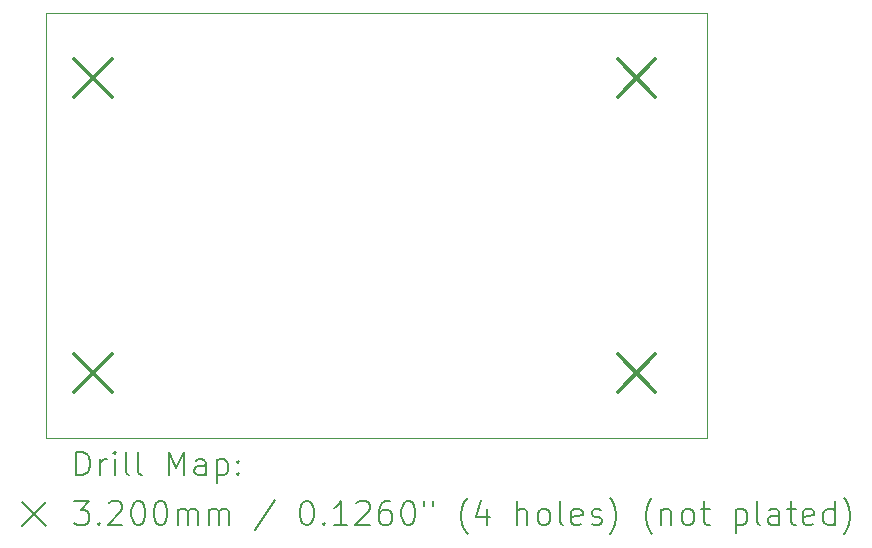
<source format=gbr>
%TF.GenerationSoftware,KiCad,Pcbnew,8.0.5*%
%TF.CreationDate,2024-10-08T19:16:18+09:00*%
%TF.ProjectId,ATT_24dB,4154545f-3234-4644-922e-6b696361645f,rev?*%
%TF.SameCoordinates,Original*%
%TF.FileFunction,Drillmap*%
%TF.FilePolarity,Positive*%
%FSLAX45Y45*%
G04 Gerber Fmt 4.5, Leading zero omitted, Abs format (unit mm)*
G04 Created by KiCad (PCBNEW 8.0.5) date 2024-10-08 19:16:18*
%MOMM*%
%LPD*%
G01*
G04 APERTURE LIST*
%ADD10C,0.050000*%
%ADD11C,0.200000*%
%ADD12C,0.320000*%
G04 APERTURE END LIST*
D10*
X6050000Y-2350000D02*
X11650000Y-2350000D01*
X11650000Y-5950000D01*
X6050000Y-5950000D01*
X6050000Y-2350000D01*
D11*
D12*
X6290000Y-2740000D02*
X6610000Y-3060000D01*
X6610000Y-2740000D02*
X6290000Y-3060000D01*
X6290000Y-5240000D02*
X6610000Y-5560000D01*
X6610000Y-5240000D02*
X6290000Y-5560000D01*
X10890000Y-2740000D02*
X11210000Y-3060000D01*
X11210000Y-2740000D02*
X10890000Y-3060000D01*
X10890000Y-5240000D02*
X11210000Y-5560000D01*
X11210000Y-5240000D02*
X10890000Y-5560000D01*
D11*
X6308277Y-6263984D02*
X6308277Y-6063984D01*
X6308277Y-6063984D02*
X6355896Y-6063984D01*
X6355896Y-6063984D02*
X6384467Y-6073508D01*
X6384467Y-6073508D02*
X6403515Y-6092555D01*
X6403515Y-6092555D02*
X6413039Y-6111603D01*
X6413039Y-6111603D02*
X6422562Y-6149698D01*
X6422562Y-6149698D02*
X6422562Y-6178269D01*
X6422562Y-6178269D02*
X6413039Y-6216365D01*
X6413039Y-6216365D02*
X6403515Y-6235412D01*
X6403515Y-6235412D02*
X6384467Y-6254460D01*
X6384467Y-6254460D02*
X6355896Y-6263984D01*
X6355896Y-6263984D02*
X6308277Y-6263984D01*
X6508277Y-6263984D02*
X6508277Y-6130650D01*
X6508277Y-6168746D02*
X6517801Y-6149698D01*
X6517801Y-6149698D02*
X6527324Y-6140174D01*
X6527324Y-6140174D02*
X6546372Y-6130650D01*
X6546372Y-6130650D02*
X6565420Y-6130650D01*
X6632086Y-6263984D02*
X6632086Y-6130650D01*
X6632086Y-6063984D02*
X6622562Y-6073508D01*
X6622562Y-6073508D02*
X6632086Y-6083031D01*
X6632086Y-6083031D02*
X6641610Y-6073508D01*
X6641610Y-6073508D02*
X6632086Y-6063984D01*
X6632086Y-6063984D02*
X6632086Y-6083031D01*
X6755896Y-6263984D02*
X6736848Y-6254460D01*
X6736848Y-6254460D02*
X6727324Y-6235412D01*
X6727324Y-6235412D02*
X6727324Y-6063984D01*
X6860658Y-6263984D02*
X6841610Y-6254460D01*
X6841610Y-6254460D02*
X6832086Y-6235412D01*
X6832086Y-6235412D02*
X6832086Y-6063984D01*
X7089229Y-6263984D02*
X7089229Y-6063984D01*
X7089229Y-6063984D02*
X7155896Y-6206841D01*
X7155896Y-6206841D02*
X7222562Y-6063984D01*
X7222562Y-6063984D02*
X7222562Y-6263984D01*
X7403515Y-6263984D02*
X7403515Y-6159222D01*
X7403515Y-6159222D02*
X7393991Y-6140174D01*
X7393991Y-6140174D02*
X7374943Y-6130650D01*
X7374943Y-6130650D02*
X7336848Y-6130650D01*
X7336848Y-6130650D02*
X7317801Y-6140174D01*
X7403515Y-6254460D02*
X7384467Y-6263984D01*
X7384467Y-6263984D02*
X7336848Y-6263984D01*
X7336848Y-6263984D02*
X7317801Y-6254460D01*
X7317801Y-6254460D02*
X7308277Y-6235412D01*
X7308277Y-6235412D02*
X7308277Y-6216365D01*
X7308277Y-6216365D02*
X7317801Y-6197317D01*
X7317801Y-6197317D02*
X7336848Y-6187793D01*
X7336848Y-6187793D02*
X7384467Y-6187793D01*
X7384467Y-6187793D02*
X7403515Y-6178269D01*
X7498753Y-6130650D02*
X7498753Y-6330650D01*
X7498753Y-6140174D02*
X7517801Y-6130650D01*
X7517801Y-6130650D02*
X7555896Y-6130650D01*
X7555896Y-6130650D02*
X7574943Y-6140174D01*
X7574943Y-6140174D02*
X7584467Y-6149698D01*
X7584467Y-6149698D02*
X7593991Y-6168746D01*
X7593991Y-6168746D02*
X7593991Y-6225888D01*
X7593991Y-6225888D02*
X7584467Y-6244936D01*
X7584467Y-6244936D02*
X7574943Y-6254460D01*
X7574943Y-6254460D02*
X7555896Y-6263984D01*
X7555896Y-6263984D02*
X7517801Y-6263984D01*
X7517801Y-6263984D02*
X7498753Y-6254460D01*
X7679705Y-6244936D02*
X7689229Y-6254460D01*
X7689229Y-6254460D02*
X7679705Y-6263984D01*
X7679705Y-6263984D02*
X7670182Y-6254460D01*
X7670182Y-6254460D02*
X7679705Y-6244936D01*
X7679705Y-6244936D02*
X7679705Y-6263984D01*
X7679705Y-6140174D02*
X7689229Y-6149698D01*
X7689229Y-6149698D02*
X7679705Y-6159222D01*
X7679705Y-6159222D02*
X7670182Y-6149698D01*
X7670182Y-6149698D02*
X7679705Y-6140174D01*
X7679705Y-6140174D02*
X7679705Y-6159222D01*
X5847500Y-6492500D02*
X6047500Y-6692500D01*
X6047500Y-6492500D02*
X5847500Y-6692500D01*
X6289229Y-6483984D02*
X6413039Y-6483984D01*
X6413039Y-6483984D02*
X6346372Y-6560174D01*
X6346372Y-6560174D02*
X6374943Y-6560174D01*
X6374943Y-6560174D02*
X6393991Y-6569698D01*
X6393991Y-6569698D02*
X6403515Y-6579222D01*
X6403515Y-6579222D02*
X6413039Y-6598269D01*
X6413039Y-6598269D02*
X6413039Y-6645888D01*
X6413039Y-6645888D02*
X6403515Y-6664936D01*
X6403515Y-6664936D02*
X6393991Y-6674460D01*
X6393991Y-6674460D02*
X6374943Y-6683984D01*
X6374943Y-6683984D02*
X6317801Y-6683984D01*
X6317801Y-6683984D02*
X6298753Y-6674460D01*
X6298753Y-6674460D02*
X6289229Y-6664936D01*
X6498753Y-6664936D02*
X6508277Y-6674460D01*
X6508277Y-6674460D02*
X6498753Y-6683984D01*
X6498753Y-6683984D02*
X6489229Y-6674460D01*
X6489229Y-6674460D02*
X6498753Y-6664936D01*
X6498753Y-6664936D02*
X6498753Y-6683984D01*
X6584467Y-6503031D02*
X6593991Y-6493508D01*
X6593991Y-6493508D02*
X6613039Y-6483984D01*
X6613039Y-6483984D02*
X6660658Y-6483984D01*
X6660658Y-6483984D02*
X6679705Y-6493508D01*
X6679705Y-6493508D02*
X6689229Y-6503031D01*
X6689229Y-6503031D02*
X6698753Y-6522079D01*
X6698753Y-6522079D02*
X6698753Y-6541127D01*
X6698753Y-6541127D02*
X6689229Y-6569698D01*
X6689229Y-6569698D02*
X6574943Y-6683984D01*
X6574943Y-6683984D02*
X6698753Y-6683984D01*
X6822562Y-6483984D02*
X6841610Y-6483984D01*
X6841610Y-6483984D02*
X6860658Y-6493508D01*
X6860658Y-6493508D02*
X6870182Y-6503031D01*
X6870182Y-6503031D02*
X6879705Y-6522079D01*
X6879705Y-6522079D02*
X6889229Y-6560174D01*
X6889229Y-6560174D02*
X6889229Y-6607793D01*
X6889229Y-6607793D02*
X6879705Y-6645888D01*
X6879705Y-6645888D02*
X6870182Y-6664936D01*
X6870182Y-6664936D02*
X6860658Y-6674460D01*
X6860658Y-6674460D02*
X6841610Y-6683984D01*
X6841610Y-6683984D02*
X6822562Y-6683984D01*
X6822562Y-6683984D02*
X6803515Y-6674460D01*
X6803515Y-6674460D02*
X6793991Y-6664936D01*
X6793991Y-6664936D02*
X6784467Y-6645888D01*
X6784467Y-6645888D02*
X6774943Y-6607793D01*
X6774943Y-6607793D02*
X6774943Y-6560174D01*
X6774943Y-6560174D02*
X6784467Y-6522079D01*
X6784467Y-6522079D02*
X6793991Y-6503031D01*
X6793991Y-6503031D02*
X6803515Y-6493508D01*
X6803515Y-6493508D02*
X6822562Y-6483984D01*
X7013039Y-6483984D02*
X7032086Y-6483984D01*
X7032086Y-6483984D02*
X7051134Y-6493508D01*
X7051134Y-6493508D02*
X7060658Y-6503031D01*
X7060658Y-6503031D02*
X7070182Y-6522079D01*
X7070182Y-6522079D02*
X7079705Y-6560174D01*
X7079705Y-6560174D02*
X7079705Y-6607793D01*
X7079705Y-6607793D02*
X7070182Y-6645888D01*
X7070182Y-6645888D02*
X7060658Y-6664936D01*
X7060658Y-6664936D02*
X7051134Y-6674460D01*
X7051134Y-6674460D02*
X7032086Y-6683984D01*
X7032086Y-6683984D02*
X7013039Y-6683984D01*
X7013039Y-6683984D02*
X6993991Y-6674460D01*
X6993991Y-6674460D02*
X6984467Y-6664936D01*
X6984467Y-6664936D02*
X6974943Y-6645888D01*
X6974943Y-6645888D02*
X6965420Y-6607793D01*
X6965420Y-6607793D02*
X6965420Y-6560174D01*
X6965420Y-6560174D02*
X6974943Y-6522079D01*
X6974943Y-6522079D02*
X6984467Y-6503031D01*
X6984467Y-6503031D02*
X6993991Y-6493508D01*
X6993991Y-6493508D02*
X7013039Y-6483984D01*
X7165420Y-6683984D02*
X7165420Y-6550650D01*
X7165420Y-6569698D02*
X7174943Y-6560174D01*
X7174943Y-6560174D02*
X7193991Y-6550650D01*
X7193991Y-6550650D02*
X7222563Y-6550650D01*
X7222563Y-6550650D02*
X7241610Y-6560174D01*
X7241610Y-6560174D02*
X7251134Y-6579222D01*
X7251134Y-6579222D02*
X7251134Y-6683984D01*
X7251134Y-6579222D02*
X7260658Y-6560174D01*
X7260658Y-6560174D02*
X7279705Y-6550650D01*
X7279705Y-6550650D02*
X7308277Y-6550650D01*
X7308277Y-6550650D02*
X7327324Y-6560174D01*
X7327324Y-6560174D02*
X7336848Y-6579222D01*
X7336848Y-6579222D02*
X7336848Y-6683984D01*
X7432086Y-6683984D02*
X7432086Y-6550650D01*
X7432086Y-6569698D02*
X7441610Y-6560174D01*
X7441610Y-6560174D02*
X7460658Y-6550650D01*
X7460658Y-6550650D02*
X7489229Y-6550650D01*
X7489229Y-6550650D02*
X7508277Y-6560174D01*
X7508277Y-6560174D02*
X7517801Y-6579222D01*
X7517801Y-6579222D02*
X7517801Y-6683984D01*
X7517801Y-6579222D02*
X7527324Y-6560174D01*
X7527324Y-6560174D02*
X7546372Y-6550650D01*
X7546372Y-6550650D02*
X7574943Y-6550650D01*
X7574943Y-6550650D02*
X7593991Y-6560174D01*
X7593991Y-6560174D02*
X7603515Y-6579222D01*
X7603515Y-6579222D02*
X7603515Y-6683984D01*
X7993991Y-6474460D02*
X7822563Y-6731603D01*
X8251134Y-6483984D02*
X8270182Y-6483984D01*
X8270182Y-6483984D02*
X8289229Y-6493508D01*
X8289229Y-6493508D02*
X8298753Y-6503031D01*
X8298753Y-6503031D02*
X8308277Y-6522079D01*
X8308277Y-6522079D02*
X8317801Y-6560174D01*
X8317801Y-6560174D02*
X8317801Y-6607793D01*
X8317801Y-6607793D02*
X8308277Y-6645888D01*
X8308277Y-6645888D02*
X8298753Y-6664936D01*
X8298753Y-6664936D02*
X8289229Y-6674460D01*
X8289229Y-6674460D02*
X8270182Y-6683984D01*
X8270182Y-6683984D02*
X8251134Y-6683984D01*
X8251134Y-6683984D02*
X8232086Y-6674460D01*
X8232086Y-6674460D02*
X8222563Y-6664936D01*
X8222563Y-6664936D02*
X8213039Y-6645888D01*
X8213039Y-6645888D02*
X8203515Y-6607793D01*
X8203515Y-6607793D02*
X8203515Y-6560174D01*
X8203515Y-6560174D02*
X8213039Y-6522079D01*
X8213039Y-6522079D02*
X8222563Y-6503031D01*
X8222563Y-6503031D02*
X8232086Y-6493508D01*
X8232086Y-6493508D02*
X8251134Y-6483984D01*
X8403515Y-6664936D02*
X8413039Y-6674460D01*
X8413039Y-6674460D02*
X8403515Y-6683984D01*
X8403515Y-6683984D02*
X8393991Y-6674460D01*
X8393991Y-6674460D02*
X8403515Y-6664936D01*
X8403515Y-6664936D02*
X8403515Y-6683984D01*
X8603515Y-6683984D02*
X8489229Y-6683984D01*
X8546372Y-6683984D02*
X8546372Y-6483984D01*
X8546372Y-6483984D02*
X8527325Y-6512555D01*
X8527325Y-6512555D02*
X8508277Y-6531603D01*
X8508277Y-6531603D02*
X8489229Y-6541127D01*
X8679706Y-6503031D02*
X8689229Y-6493508D01*
X8689229Y-6493508D02*
X8708277Y-6483984D01*
X8708277Y-6483984D02*
X8755896Y-6483984D01*
X8755896Y-6483984D02*
X8774944Y-6493508D01*
X8774944Y-6493508D02*
X8784468Y-6503031D01*
X8784468Y-6503031D02*
X8793991Y-6522079D01*
X8793991Y-6522079D02*
X8793991Y-6541127D01*
X8793991Y-6541127D02*
X8784468Y-6569698D01*
X8784468Y-6569698D02*
X8670182Y-6683984D01*
X8670182Y-6683984D02*
X8793991Y-6683984D01*
X8965420Y-6483984D02*
X8927325Y-6483984D01*
X8927325Y-6483984D02*
X8908277Y-6493508D01*
X8908277Y-6493508D02*
X8898753Y-6503031D01*
X8898753Y-6503031D02*
X8879706Y-6531603D01*
X8879706Y-6531603D02*
X8870182Y-6569698D01*
X8870182Y-6569698D02*
X8870182Y-6645888D01*
X8870182Y-6645888D02*
X8879706Y-6664936D01*
X8879706Y-6664936D02*
X8889229Y-6674460D01*
X8889229Y-6674460D02*
X8908277Y-6683984D01*
X8908277Y-6683984D02*
X8946372Y-6683984D01*
X8946372Y-6683984D02*
X8965420Y-6674460D01*
X8965420Y-6674460D02*
X8974944Y-6664936D01*
X8974944Y-6664936D02*
X8984468Y-6645888D01*
X8984468Y-6645888D02*
X8984468Y-6598269D01*
X8984468Y-6598269D02*
X8974944Y-6579222D01*
X8974944Y-6579222D02*
X8965420Y-6569698D01*
X8965420Y-6569698D02*
X8946372Y-6560174D01*
X8946372Y-6560174D02*
X8908277Y-6560174D01*
X8908277Y-6560174D02*
X8889229Y-6569698D01*
X8889229Y-6569698D02*
X8879706Y-6579222D01*
X8879706Y-6579222D02*
X8870182Y-6598269D01*
X9108277Y-6483984D02*
X9127325Y-6483984D01*
X9127325Y-6483984D02*
X9146372Y-6493508D01*
X9146372Y-6493508D02*
X9155896Y-6503031D01*
X9155896Y-6503031D02*
X9165420Y-6522079D01*
X9165420Y-6522079D02*
X9174944Y-6560174D01*
X9174944Y-6560174D02*
X9174944Y-6607793D01*
X9174944Y-6607793D02*
X9165420Y-6645888D01*
X9165420Y-6645888D02*
X9155896Y-6664936D01*
X9155896Y-6664936D02*
X9146372Y-6674460D01*
X9146372Y-6674460D02*
X9127325Y-6683984D01*
X9127325Y-6683984D02*
X9108277Y-6683984D01*
X9108277Y-6683984D02*
X9089229Y-6674460D01*
X9089229Y-6674460D02*
X9079706Y-6664936D01*
X9079706Y-6664936D02*
X9070182Y-6645888D01*
X9070182Y-6645888D02*
X9060658Y-6607793D01*
X9060658Y-6607793D02*
X9060658Y-6560174D01*
X9060658Y-6560174D02*
X9070182Y-6522079D01*
X9070182Y-6522079D02*
X9079706Y-6503031D01*
X9079706Y-6503031D02*
X9089229Y-6493508D01*
X9089229Y-6493508D02*
X9108277Y-6483984D01*
X9251134Y-6483984D02*
X9251134Y-6522079D01*
X9327325Y-6483984D02*
X9327325Y-6522079D01*
X9622563Y-6760174D02*
X9613039Y-6750650D01*
X9613039Y-6750650D02*
X9593991Y-6722079D01*
X9593991Y-6722079D02*
X9584468Y-6703031D01*
X9584468Y-6703031D02*
X9574944Y-6674460D01*
X9574944Y-6674460D02*
X9565420Y-6626841D01*
X9565420Y-6626841D02*
X9565420Y-6588746D01*
X9565420Y-6588746D02*
X9574944Y-6541127D01*
X9574944Y-6541127D02*
X9584468Y-6512555D01*
X9584468Y-6512555D02*
X9593991Y-6493508D01*
X9593991Y-6493508D02*
X9613039Y-6464936D01*
X9613039Y-6464936D02*
X9622563Y-6455412D01*
X9784468Y-6550650D02*
X9784468Y-6683984D01*
X9736849Y-6474460D02*
X9689230Y-6617317D01*
X9689230Y-6617317D02*
X9813039Y-6617317D01*
X10041611Y-6683984D02*
X10041611Y-6483984D01*
X10127325Y-6683984D02*
X10127325Y-6579222D01*
X10127325Y-6579222D02*
X10117801Y-6560174D01*
X10117801Y-6560174D02*
X10098753Y-6550650D01*
X10098753Y-6550650D02*
X10070182Y-6550650D01*
X10070182Y-6550650D02*
X10051134Y-6560174D01*
X10051134Y-6560174D02*
X10041611Y-6569698D01*
X10251134Y-6683984D02*
X10232087Y-6674460D01*
X10232087Y-6674460D02*
X10222563Y-6664936D01*
X10222563Y-6664936D02*
X10213039Y-6645888D01*
X10213039Y-6645888D02*
X10213039Y-6588746D01*
X10213039Y-6588746D02*
X10222563Y-6569698D01*
X10222563Y-6569698D02*
X10232087Y-6560174D01*
X10232087Y-6560174D02*
X10251134Y-6550650D01*
X10251134Y-6550650D02*
X10279706Y-6550650D01*
X10279706Y-6550650D02*
X10298753Y-6560174D01*
X10298753Y-6560174D02*
X10308277Y-6569698D01*
X10308277Y-6569698D02*
X10317801Y-6588746D01*
X10317801Y-6588746D02*
X10317801Y-6645888D01*
X10317801Y-6645888D02*
X10308277Y-6664936D01*
X10308277Y-6664936D02*
X10298753Y-6674460D01*
X10298753Y-6674460D02*
X10279706Y-6683984D01*
X10279706Y-6683984D02*
X10251134Y-6683984D01*
X10432087Y-6683984D02*
X10413039Y-6674460D01*
X10413039Y-6674460D02*
X10403515Y-6655412D01*
X10403515Y-6655412D02*
X10403515Y-6483984D01*
X10584468Y-6674460D02*
X10565420Y-6683984D01*
X10565420Y-6683984D02*
X10527325Y-6683984D01*
X10527325Y-6683984D02*
X10508277Y-6674460D01*
X10508277Y-6674460D02*
X10498753Y-6655412D01*
X10498753Y-6655412D02*
X10498753Y-6579222D01*
X10498753Y-6579222D02*
X10508277Y-6560174D01*
X10508277Y-6560174D02*
X10527325Y-6550650D01*
X10527325Y-6550650D02*
X10565420Y-6550650D01*
X10565420Y-6550650D02*
X10584468Y-6560174D01*
X10584468Y-6560174D02*
X10593992Y-6579222D01*
X10593992Y-6579222D02*
X10593992Y-6598269D01*
X10593992Y-6598269D02*
X10498753Y-6617317D01*
X10670182Y-6674460D02*
X10689230Y-6683984D01*
X10689230Y-6683984D02*
X10727325Y-6683984D01*
X10727325Y-6683984D02*
X10746373Y-6674460D01*
X10746373Y-6674460D02*
X10755896Y-6655412D01*
X10755896Y-6655412D02*
X10755896Y-6645888D01*
X10755896Y-6645888D02*
X10746373Y-6626841D01*
X10746373Y-6626841D02*
X10727325Y-6617317D01*
X10727325Y-6617317D02*
X10698753Y-6617317D01*
X10698753Y-6617317D02*
X10679706Y-6607793D01*
X10679706Y-6607793D02*
X10670182Y-6588746D01*
X10670182Y-6588746D02*
X10670182Y-6579222D01*
X10670182Y-6579222D02*
X10679706Y-6560174D01*
X10679706Y-6560174D02*
X10698753Y-6550650D01*
X10698753Y-6550650D02*
X10727325Y-6550650D01*
X10727325Y-6550650D02*
X10746373Y-6560174D01*
X10822563Y-6760174D02*
X10832087Y-6750650D01*
X10832087Y-6750650D02*
X10851134Y-6722079D01*
X10851134Y-6722079D02*
X10860658Y-6703031D01*
X10860658Y-6703031D02*
X10870182Y-6674460D01*
X10870182Y-6674460D02*
X10879706Y-6626841D01*
X10879706Y-6626841D02*
X10879706Y-6588746D01*
X10879706Y-6588746D02*
X10870182Y-6541127D01*
X10870182Y-6541127D02*
X10860658Y-6512555D01*
X10860658Y-6512555D02*
X10851134Y-6493508D01*
X10851134Y-6493508D02*
X10832087Y-6464936D01*
X10832087Y-6464936D02*
X10822563Y-6455412D01*
X11184468Y-6760174D02*
X11174944Y-6750650D01*
X11174944Y-6750650D02*
X11155896Y-6722079D01*
X11155896Y-6722079D02*
X11146373Y-6703031D01*
X11146373Y-6703031D02*
X11136849Y-6674460D01*
X11136849Y-6674460D02*
X11127325Y-6626841D01*
X11127325Y-6626841D02*
X11127325Y-6588746D01*
X11127325Y-6588746D02*
X11136849Y-6541127D01*
X11136849Y-6541127D02*
X11146373Y-6512555D01*
X11146373Y-6512555D02*
X11155896Y-6493508D01*
X11155896Y-6493508D02*
X11174944Y-6464936D01*
X11174944Y-6464936D02*
X11184468Y-6455412D01*
X11260658Y-6550650D02*
X11260658Y-6683984D01*
X11260658Y-6569698D02*
X11270182Y-6560174D01*
X11270182Y-6560174D02*
X11289230Y-6550650D01*
X11289230Y-6550650D02*
X11317801Y-6550650D01*
X11317801Y-6550650D02*
X11336849Y-6560174D01*
X11336849Y-6560174D02*
X11346372Y-6579222D01*
X11346372Y-6579222D02*
X11346372Y-6683984D01*
X11470182Y-6683984D02*
X11451134Y-6674460D01*
X11451134Y-6674460D02*
X11441611Y-6664936D01*
X11441611Y-6664936D02*
X11432087Y-6645888D01*
X11432087Y-6645888D02*
X11432087Y-6588746D01*
X11432087Y-6588746D02*
X11441611Y-6569698D01*
X11441611Y-6569698D02*
X11451134Y-6560174D01*
X11451134Y-6560174D02*
X11470182Y-6550650D01*
X11470182Y-6550650D02*
X11498753Y-6550650D01*
X11498753Y-6550650D02*
X11517801Y-6560174D01*
X11517801Y-6560174D02*
X11527325Y-6569698D01*
X11527325Y-6569698D02*
X11536849Y-6588746D01*
X11536849Y-6588746D02*
X11536849Y-6645888D01*
X11536849Y-6645888D02*
X11527325Y-6664936D01*
X11527325Y-6664936D02*
X11517801Y-6674460D01*
X11517801Y-6674460D02*
X11498753Y-6683984D01*
X11498753Y-6683984D02*
X11470182Y-6683984D01*
X11593992Y-6550650D02*
X11670182Y-6550650D01*
X11622563Y-6483984D02*
X11622563Y-6655412D01*
X11622563Y-6655412D02*
X11632087Y-6674460D01*
X11632087Y-6674460D02*
X11651134Y-6683984D01*
X11651134Y-6683984D02*
X11670182Y-6683984D01*
X11889230Y-6550650D02*
X11889230Y-6750650D01*
X11889230Y-6560174D02*
X11908277Y-6550650D01*
X11908277Y-6550650D02*
X11946373Y-6550650D01*
X11946373Y-6550650D02*
X11965420Y-6560174D01*
X11965420Y-6560174D02*
X11974944Y-6569698D01*
X11974944Y-6569698D02*
X11984468Y-6588746D01*
X11984468Y-6588746D02*
X11984468Y-6645888D01*
X11984468Y-6645888D02*
X11974944Y-6664936D01*
X11974944Y-6664936D02*
X11965420Y-6674460D01*
X11965420Y-6674460D02*
X11946373Y-6683984D01*
X11946373Y-6683984D02*
X11908277Y-6683984D01*
X11908277Y-6683984D02*
X11889230Y-6674460D01*
X12098753Y-6683984D02*
X12079706Y-6674460D01*
X12079706Y-6674460D02*
X12070182Y-6655412D01*
X12070182Y-6655412D02*
X12070182Y-6483984D01*
X12260658Y-6683984D02*
X12260658Y-6579222D01*
X12260658Y-6579222D02*
X12251134Y-6560174D01*
X12251134Y-6560174D02*
X12232087Y-6550650D01*
X12232087Y-6550650D02*
X12193992Y-6550650D01*
X12193992Y-6550650D02*
X12174944Y-6560174D01*
X12260658Y-6674460D02*
X12241611Y-6683984D01*
X12241611Y-6683984D02*
X12193992Y-6683984D01*
X12193992Y-6683984D02*
X12174944Y-6674460D01*
X12174944Y-6674460D02*
X12165420Y-6655412D01*
X12165420Y-6655412D02*
X12165420Y-6636365D01*
X12165420Y-6636365D02*
X12174944Y-6617317D01*
X12174944Y-6617317D02*
X12193992Y-6607793D01*
X12193992Y-6607793D02*
X12241611Y-6607793D01*
X12241611Y-6607793D02*
X12260658Y-6598269D01*
X12327325Y-6550650D02*
X12403515Y-6550650D01*
X12355896Y-6483984D02*
X12355896Y-6655412D01*
X12355896Y-6655412D02*
X12365420Y-6674460D01*
X12365420Y-6674460D02*
X12384468Y-6683984D01*
X12384468Y-6683984D02*
X12403515Y-6683984D01*
X12546373Y-6674460D02*
X12527325Y-6683984D01*
X12527325Y-6683984D02*
X12489230Y-6683984D01*
X12489230Y-6683984D02*
X12470182Y-6674460D01*
X12470182Y-6674460D02*
X12460658Y-6655412D01*
X12460658Y-6655412D02*
X12460658Y-6579222D01*
X12460658Y-6579222D02*
X12470182Y-6560174D01*
X12470182Y-6560174D02*
X12489230Y-6550650D01*
X12489230Y-6550650D02*
X12527325Y-6550650D01*
X12527325Y-6550650D02*
X12546373Y-6560174D01*
X12546373Y-6560174D02*
X12555896Y-6579222D01*
X12555896Y-6579222D02*
X12555896Y-6598269D01*
X12555896Y-6598269D02*
X12460658Y-6617317D01*
X12727325Y-6683984D02*
X12727325Y-6483984D01*
X12727325Y-6674460D02*
X12708277Y-6683984D01*
X12708277Y-6683984D02*
X12670182Y-6683984D01*
X12670182Y-6683984D02*
X12651134Y-6674460D01*
X12651134Y-6674460D02*
X12641611Y-6664936D01*
X12641611Y-6664936D02*
X12632087Y-6645888D01*
X12632087Y-6645888D02*
X12632087Y-6588746D01*
X12632087Y-6588746D02*
X12641611Y-6569698D01*
X12641611Y-6569698D02*
X12651134Y-6560174D01*
X12651134Y-6560174D02*
X12670182Y-6550650D01*
X12670182Y-6550650D02*
X12708277Y-6550650D01*
X12708277Y-6550650D02*
X12727325Y-6560174D01*
X12803515Y-6760174D02*
X12813039Y-6750650D01*
X12813039Y-6750650D02*
X12832087Y-6722079D01*
X12832087Y-6722079D02*
X12841611Y-6703031D01*
X12841611Y-6703031D02*
X12851134Y-6674460D01*
X12851134Y-6674460D02*
X12860658Y-6626841D01*
X12860658Y-6626841D02*
X12860658Y-6588746D01*
X12860658Y-6588746D02*
X12851134Y-6541127D01*
X12851134Y-6541127D02*
X12841611Y-6512555D01*
X12841611Y-6512555D02*
X12832087Y-6493508D01*
X12832087Y-6493508D02*
X12813039Y-6464936D01*
X12813039Y-6464936D02*
X12803515Y-6455412D01*
M02*

</source>
